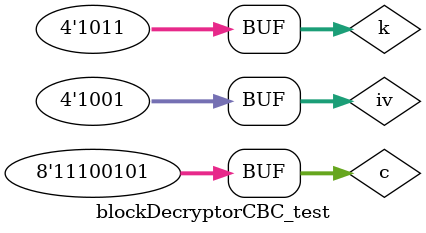
<source format=v>
`timescale 1ns / 1ps


module blockDecryptorCBC_test;

	// Inputs
	reg [7:0] c;
	reg [3:0] k;
	reg [3:0] iv;

	// Outputs
	wire [7:0] p;

	// Instantiate the Unit Under Test (UUT)
	blockDecryptorCBC uut (
		.c(c), 
		.k(k), 
		.iv(iv), 
		.p(p)
	);

	initial begin
		// Initialize Inputs
		k = 4'd11;
		iv = 4'd9;
		c = 8'd25;

		// Wait 100 ns for global reset to finish
		#100;
		c = 8'd145;
		
		#100;
		c = 8'd91;

		#100;
		c = 8'd108;		
		
		#100
		c = 8'd229;
	
		


	end
      
endmodule


</source>
